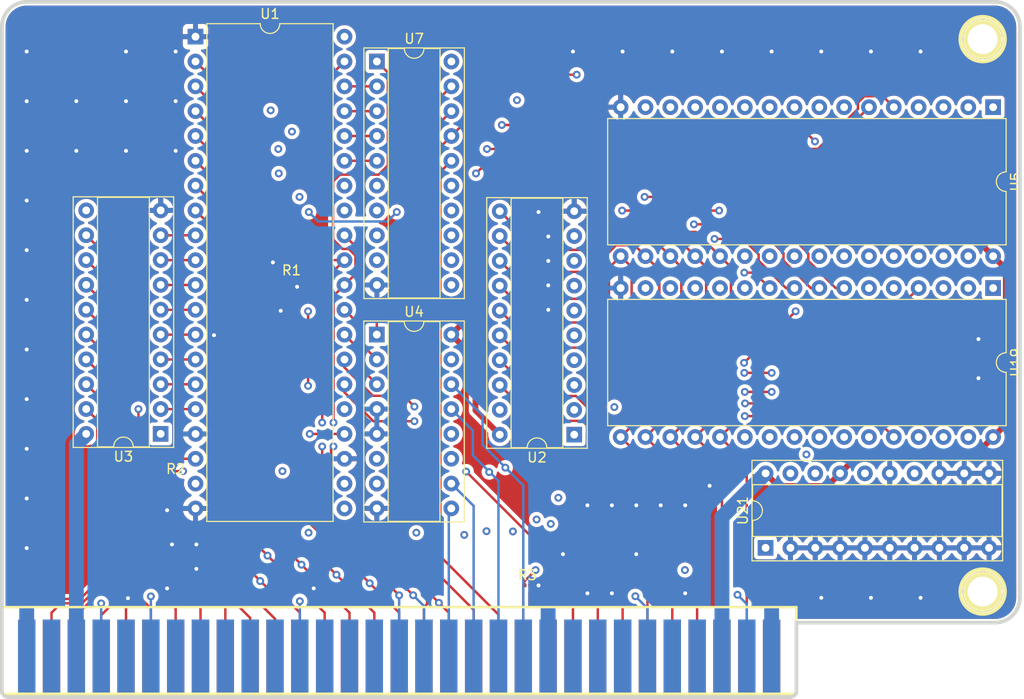
<source format=kicad_pcb>
(kicad_pcb (version 20211014) (generator pcbnew)
  (title_block (date "6 apr 2013"))
  (layers (0 "F.Cu" signal "Front") (1 "In1.Cu" signal) (2 "In2.Cu" signal) (31 "B.Cu" signal "Back") (34 "B.Paste" user) (35 "F.Paste" user) (36 "B.SilkS" user "B.Silkscreen") (37 "F.SilkS" user "F.Silkscreen") (38 "B.Mask" user) (39 "F.Mask" user) (44 "Edge.Cuts" user))
  (net 0 "")
  (net 1 "GND")
  (net 2 "RESET")
  (net 3 "VCC")
  (net 4 "INT")
  (net 5 "MEMW")
  (net 6 "MEMR")
  (net 7 "IOW")
  (net 8 "IOR")
  (net 9 "HLDA")
  (net 10 "HOLD")
  (net 11 "CLK")
  (net 12 "INTACK")
  (net 13 "ALE")
  (net 14 "OSC")
  (net 15 "D7")
  (net 16 "D6")
  (net 17 "D5")
  (net 18 "D4")
  (net 19 "D3")
  (net 20 "D2")
  (net 21 "D1")
  (net 22 "D0")
  (net 23 "IO_READY")
  (net 24 "AEN")
  (net 25 "A19")
  (net 26 "A18")
  (net 27 "A17")
  (net 28 "A16")
  (net 29 "A15")
  (net 30 "A14")
  (net 31 "A13")
  (net 32 "A12")
  (net 33 "A11")
  (net 34 "A10")
  (net 35 "A9")
  (net 36 "A8")
  (net 39 "A7")
  (net 43 "A6")
  (net 44 "A5")
  (net 45 "A4")
  (net 49 "A3")
  (net 55 "A2")
  (net 57 "A1")
  (net 58 "A0")
  (net 62 "AD7")
  (net 63 "AD6")
  (net 64 "AD5")
  (net 65 "AD4")
  (net 66 "AD3")
  (net 67 "AD2")
  (net 68 "AD1")
  (net 69 "AD0")
  (net 70 "DEN")
  (net 71 "DTR")
  (net 72 "IOM")
  (net 73 "WR")
  (net 74 "RD")
  (net 76 "A_19")
  (net 77 "A_18")
  (net 78 "A_17")
  (net 79 "A_16")
  (net 92 "CS640")
  (footprint "HOLE_3MM" (layer "F.Cu") (at 201.93 67.31)
    (fp_text reference "HOLE1" hide)
    (fp_text value "CONN_1" hide)
  )
  (footprint "HOLE_3MM" (layer "F.Cu") (at 201.93 123.825)
    (fp_text reference "HOLE2" hide)
    (fp_text value "CONN_1" hide)
  )
  (footprint "Conn_Bus_ISA8" (layer "F.Cu") (at 142.24 130.4925)
    (fp_text reference "BUS1" hide)
    (fp_text value "BUSPC_DEV" hide)
  )
  (footprint "Package_DIP:DIP-32_W15.24mm" (layer "F.Cu") (at 203 74.275 -90)
    (fp_text reference "U5")
    (fp_text value "AS6C4008-55PCN")
  )
  (footprint "Resistor_SMD:R_0201_0603Metric" (layer "F.Cu") (at 119.38 110.236 180)
    (fp_text reference "R2")
    (fp_text value "R")
  )
  (footprint "Package_DIP:DIP-20_W7.62mm_Socket" (layer "F.Cu") (at 179.725 119.35 90)
    (fp_text reference "U21")
    (fp_text value "74LS688")
  )
  (footprint "Package_DIP:DIP-20_W7.62mm_Socket" (layer "F.Cu") (at 160.15 107.775 180)
    (fp_text reference "U2")
    (fp_text value "74LS245")
  )
  (footprint "Package_DIP:DIP-16_W7.62mm_Socket" (layer "F.Cu") (at 139.954 97.536)
    (fp_text reference "U4")
    (fp_text value "74LS138")
  )
  (footprint "Resistor_SMD:R_0201_0603Metric" (layer "F.Cu") (at 131.227 89.916 180)
    (fp_text reference "R1")
    (fp_text value "R")
  )
  (footprint "Package_DIP:DIP-40_W15.24mm" (layer "F.Cu") (at 121.407 67.061)
    (fp_text reference "U1")
    (fp_text value "8088")
  )
  (footprint "Resistor_SMD:R_0201_0603Metric" (layer "F.Cu") (at 155.357 123.19)
    (fp_text reference "R3")
    (fp_text value "R")
  )
  (footprint "Package_DIP:DIP-32_W15.24mm" (layer "F.Cu") (at 203 92.775 -90)
    (fp_text reference "U19")
    (fp_text value "AS6C4008-55PCN")
  )
  (footprint "Package_DIP:DIP-20_W7.62mm_Socket" (layer "F.Cu") (at 117.846 107.691 180)
    (fp_text reference "U3")
    (fp_text value "74LS573")
  )
  (footprint "Package_DIP:DIP-20_W7.62mm_Socket" (layer "F.Cu") (at 139.964 69.601)
    (fp_text reference "U7")
    (fp_text value "74LS573")
  )
  (gr_arc (start 203.2 63.5) (mid 204.996051 64.243949) (end 205.74 66.04) (layer "Edge.Cuts") (width 0.381))
  (gr_arc (start 102.235 134.62) (mid 101.785987 134.434013) (end 101.6 133.985) (layer "Edge.Cuts") (width 0.381))
  (gr_arc (start 205.74 124.46) (mid 204.996051 126.256051) (end 203.2 127) (layer "Edge.Cuts") (width 0.381))
  (gr_arc (start 101.6 66.04) (mid 102.343949 64.243949) (end 104.14 63.5) (layer "Edge.Cuts") (width 0.381))
  (gr_line (start 182.88 133.985) (end 182.88 127) (layer "Edge.Cuts") (width 0.381))
  (gr_line (start 205.74 124.46) (end 205.74 66.04) (layer "Edge.Cuts") (width 0.381))
  (gr_line (start 104.14 63.5) (end 203.2 63.5) (layer "Edge.Cuts") (width 0.381))
  (gr_line (start 101.6 133.985) (end 101.6 66.04) (layer "Edge.Cuts") (width 0.381))
  (gr_line (start 203.2 127) (end 182.88 127) (layer "Edge.Cuts") (width 0.381))
  (gr_arc (start 182.88 133.985) (mid 182.694013 134.434013) (end 182.245 134.62) (layer "Edge.Cuts") (width 0.381))
  (gr_line (start 102.235 134.62) (end 182.245 134.62) (layer "Edge.Cuts") (width 0.381))
  (via (at 185.42 68.58) (size 0.8) (drill 0.4) (layers "F.Cu" "B.Cu") (net 1))
  (via (at 104.14 68.58) (size 0.8) (drill 0.4) (layers "F.Cu" "B.Cu") (net 1))
  (via (at 114.3 68.58) (size 0.8) (drill 0.4) (layers "F.Cu" "B.Cu") (net 1))
  (via (at 190.5 124.46) (size 0.8) (drill 0.4) (layers "F.Cu" "B.Cu") (net 1))
  (via (at 114.3 73.66) (size 0.8) (drill 0.4) (layers "F.Cu" "B.Cu") (net 1))
  (via (at 201.5 98) (size 0.8) (drill 0.4) (layers "F.Cu" "B.Cu") (net 1))
  (via (at 119.38 68.58) (size 0.8) (drill 0.4) (layers "F.Cu" "B.Cu") (net 1))
  (via (at 171.5 115) (size 0.8) (drill 0.4) (layers "F.Cu" "B.Cu") (net 1))
  (via (at 119.38 78.74) (size 0.8) (drill 0.4) (layers "F.Cu" "B.Cu") (net 1))
  (via (at 104.14 88.9) (size 0.8) (drill 0.4) (layers "F.Cu" "B.Cu") (net 1))
  (via (at 165.1 68.58) (size 0.8) (drill 0.4) (layers "F.Cu" "B.Cu") (net 1))
  (via (at 157.5 90) (size 0.8) (drill 0.4) (layers "F.Cu" "B.Cu") (net 1))
  (via (at 129.325 90.15) (size 0.8) (drill 0.4) (layers "F.Cu" "B.Cu") (net 1))
  (via (at 166.5 120) (size 0.8) (drill 0.4) (layers "F.Cu" "B.Cu") (net 1))
  (via (at 121.5 119) (size 0.8) (drill 0.4) (layers "F.Cu" "B.Cu") (net 1))
  (via (at 109.22 73.66) (size 0.8) (drill 0.4) (layers "F.Cu" "B.Cu") (net 1))
  (via (at 121.5 121.5) (size 0.8) (drill 0.4) (layers "F.Cu" "B.Cu") (net 1))
  (via (at 166.5 115) (size 0.8) (drill 0.4) (layers "F.Cu" "B.Cu") (net 1))
  (via (at 169 115) (size 0.8) (drill 0.4) (layers "F.Cu" "B.Cu") (net 1))
  (via (at 114.3 78.74) (size 0.8) (drill 0.4) (layers "F.Cu" "B.Cu") (net 1))
  (via (at 104.14 104.14) (size 0.8) (drill 0.4) (layers "F.Cu" "B.Cu") (net 1))
  (via (at 109.22 78.74) (size 0.8) (drill 0.4) (layers "F.Cu" "B.Cu") (net 1))
  (via (at 133.5 123.5) (size 0.8) (drill 0.4) (layers "F.Cu" "B.Cu") (net 1))
  (via (at 174 113) (size 0.8) (drill 0.4) (layers "F.Cu" "B.Cu") (net 1))
  (via (at 119 119) (size 0.8) (drill 0.4) (layers "F.Cu" "B.Cu") (net 1))
  (via (at 119.38 73.66) (size 0.8) (drill 0.4) (layers "F.Cu" "B.Cu") (net 1))
  (via (at 157.5 87.5) (size 0.8) (drill 0.4) (layers "F.Cu" "B.Cu") (net 1))
  (via (at 130.125 95.1) (size 0.8) (drill 0.4) (layers "F.Cu" "B.Cu") (net 1))
  (via (at 156.5 85) (size 0.8) (drill 0.4) (layers "F.Cu" "B.Cu") (net 1))
  (via (at 104.14 109.22) (size 0.8) (drill 0.4) (layers "F.Cu" "B.Cu") (net 1))
  (via (at 157.5 92.5) (size 0.8) (drill 0.4) (layers "F.Cu" "B.Cu") (net 1))
  (via (at 104.14 83.82) (size 0.8) (drill 0.4) (layers "F.Cu" "B.Cu") (net 1))
  (via (at 190.5 68.58) (size 0.8) (drill 0.4) (layers "F.Cu" "B.Cu") (net 1))
  (via (at 170.18 68.58) (size 0.8) (drill 0.4) (layers "F.Cu" "B.Cu") (net 1))
  (via (at 161.5 115) (size 0.8) (drill 0.4) (layers "F.Cu" "B.Cu") (net 1))
  (via (at 104.14 119.38) (size 0.8) (drill 0.4) (layers "F.Cu" "B.Cu") (net 1))
  (via (at 104.14 93.98) (size 0.8) (drill 0.4) (layers "F.Cu" "B.Cu") (net 1))
  (via (at 114.5 124.5) (size 0.8) (drill 0.4) (layers "F.Cu" "B.Cu") (net 1))
  (via (at 104.14 99.06) (size 0.8) (drill 0.4) (layers "F.Cu" "B.Cu") (net 1))
  (via (at 123.3 97.6) (size 0.8) (drill 0.4) (layers "F.Cu" "B.Cu") (net 1))
  (via (at 104.14 73.66) (size 0.8) (drill 0.4) (layers "F.Cu" "B.Cu") (net 1))
  (via (at 164 115) (size 0.8) (drill 0.4) (layers "F.Cu" "B.Cu") (net 1))
  (via (at 118.5 115.5) (size 0.8) (drill 0.4) (layers "F.Cu" "B.Cu") (net 1))
  (via (at 180.34 68.58) (size 0.8) (drill 0.4) (layers "F.Cu" "B.Cu") (net 1))
  (via (at 201.5 102) (size 0.8) (drill 0.4) (layers "F.Cu" "B.Cu") (net 1))
  (via (at 175.26 68.58) (size 0.8) (drill 0.4) (layers "F.Cu" "B.Cu") (net 1))
  (via (at 156.5 123.2) (size 0.8) (drill 0.4) (layers "F.Cu" "B.Cu") (net 1))
  (via (at 164 124) (size 0.8) (drill 0.4) (layers "F.Cu" "B.Cu") (net 1))
  (via (at 104.14 78.74) (size 0.8) (drill 0.4) (layers "F.Cu" "B.Cu") (net 1))
  (via (at 161.5 124) (size 0.8) (drill 0.4) (layers "F.Cu" "B.Cu") (net 1))
  (via (at 159 120) (size 0.8) (drill 0.4) (layers "F.Cu" "B.Cu") (net 1))
  (via (at 171.5 124) (size 0.8) (drill 0.4) (layers "F.Cu" "B.Cu") (net 1))
  (via (at 185.42 124.46) (size 0.8) (drill 0.4) (layers "F.Cu" "B.Cu") (net 1))
  (via (at 104.14 114.3) (size 0.8) (drill 0.4) (layers "F.Cu" "B.Cu") (net 1))
  (via (at 118.5 123.5) (size 0.8) (drill 0.4) (layers "F.Cu" "B.Cu") (net 1))
  (via (at 195.58 68.58) (size 0.8) (drill 0.4) (layers "F.Cu" "B.Cu") (net 1))
  (via (at 195.58 124.46) (size 0.8) (drill 0.4) (layers "F.Cu" "B.Cu") (net 1))
  (via (at 131.8 92.65) (size 0.8) (drill 0.4) (layers "F.Cu" "B.Cu") (net 1))
  (via (at 157.5 95) (size 0.8) (drill 0.4) (layers "F.Cu" "B.Cu") (net 1))
  (via (at 160.02 68.58) (size 0.8) (drill 0.4) (layers "F.Cu" "B.Cu") (net 1))
  (segment (start 104.14 130.4925) (end 104.14 124.206) (width 1.524) (layer "B.Cu") (net 1))
  (segment (start 180.34 130.4925) (end 180.34 124.206) (width 1.524) (layer "B.Cu") (net 1))
  (segment (start 157.48 130.4925) (end 157.48 124.206) (width 1.524) (layer "B.Cu") (net 1))
  (via (at 176.85 124.15) (size 0.8) (drill 0.4) (layers "F.Cu" "B.Cu") (net 2))
  (segment (start 177.8 125.1) (end 176.85 124.15) (width 0.25) (layer "B.Cu") (net 2))
  (segment (start 177.8 130.4925) (end 177.8 125.1) (width 0.25) (layer "B.Cu") (net 2))
  (segment (start 203 89.515) (end 195.085 81.6) (width 0.6) (layer "F.Cu") (net 3))
  (segment (start 201.265 109.75) (end 203 108.015) (width 0.6) (layer "F.Cu") (net 3))
  (segment (start 187.345 111.73) (end 186.045 113.03) (width 0.6) (layer "F.Cu") (net 3))
  (segment (start 204.3 106.715) (end 204.3 90.815) (width 0.6) (layer "F.Cu") (net 3))
  (segment (start 186.045 113.03) (end 181.025 113.03) (width 0.6) (layer "F.Cu") (net 3))
  (segment (start 204.3 90.815) (end 203 89.515) (width 0.6) (layer "F.Cu") (net 3))
  (segment (start 150.05 100.012) (end 147.574 97.536) (width 0.6) (layer "F.Cu") (net 3))
  (segment (start 152.53 107.775) (end 150.05 105.295) (width 0.6) (layer "F.Cu") (net 3))
  (segment (start 187.345 111.73) (end 189.325 109.75) (width 0.6) (layer "F.Cu") (net 3))
  (segment (start 150.05 105.295) (end 150.05 100.012) (width 0.6) (layer "F.Cu") (net 3))
  (segment (start 151.9 81.6) (end 150 83.5) (width 0.6) (layer "F.Cu") (net 3))
  (segment (start 195.085 81.6) (end 151.9 81.6) (width 0.6) (layer "F.Cu") (net 3))
  (segment (start 181.025 113.03) (end 179.725 111.73) (width 0.6) (layer "F.Cu") (net 3))
  (segment (start 189.325 109.75) (end 201.265 109.75) (width 0.6) (layer "F.Cu") (net 3))
  (segment (start 150 83.5) (end 150 95.15) (width 0.6) (layer "F.Cu") (net 3))
  (segment (start 149.96 95.15) (end 147.574 97.536) (width 0.6) (layer "F.Cu") (net 3))
  (segment (start 150 95.15) (end 149.96 95.15) (width 0.6) (layer "F.Cu") (net 3))
  (segment (start 203 108.015) (end 204.3 106.715) (width 0.6) (layer "F.Cu") (net 3))
  (segment (start 109.22 130.4925) (end 109.22 108.78) (width 1.524) (layer "B.Cu") (net 3))
  (segment (start 110.226 107.774) (end 110.226 107.691) (width 1.524) (layer "B.Cu") (net 3))
  (segment (start 175.26 116.195) (end 179.725 111.73) (width 1.524) (layer "B.Cu") (net 3))
  (segment (start 109.22 108.78) (end 110.226 107.774) (width 1.524) (layer "B.Cu") (net 3))
  (segment (start 175.26 130.4925) (end 175.26 116.195) (width 1.524) (layer "B.Cu") (net 3))
  (segment (start 121.407 110.241) (end 119.705 110.241) (width 0.25) (layer "F.Cu") (net 4))
  (segment (start 119.705 110.241) (end 119.7 110.236) (width 0.25) (layer "F.Cu") (net 4))
  (via (at 166.4 124.3) (size 0.8) (drill 0.4) (layers "F.Cu" "B.Cu") (net 4))
  (segment (start 167.64 125.54) (end 166.4 124.3) (width 0.25) (layer "B.Cu") (net 4))
  (segment (start 167.64 130.4925) (end 167.64 125.54) (width 0.25) (layer "B.Cu") (net 4))
  (segment (start 180.35 101.45) (end 177.55 101.45) (width 0.25) (layer "F.Cu") (net 5))
  (via (at 164.25 104.95) (size 0.8) (drill 0.4) (layers "F.Cu" "B.Cu") (net 5))
  (via (at 153.1 111.15) (size 0.8) (drill 0.4) (layers "F.Cu" "B.Cu") (net 5))
  (via (at 180.35 101.45) (size 0.8) (drill 0.4) (layers "F.Cu" "B.Cu") (net 5))
  (via (at 177.55 101.45) (size 0.8) (drill 0.4) (layers "F.Cu" "B.Cu") (net 5))
  (segment (start 154.94 130.4925) (end 154.94 112.965) (width 0.25) (layer "B.Cu") (net 5))
  (segment (start 150.775 105.817) (end 147.574 102.616) (width 0.25) (layer "B.Cu") (net 5))
  (segment (start 150.775 108.8) (end 150.775 105.817) (width 0.25) (layer "B.Cu") (net 5))
  (segment (start 154.94 112.965) (end 150.775 108.8) (width 0.25) (layer "B.Cu") (net 5))
  (segment (start 180.35 103.4) (end 177.6 103.4) (width 0.25) (layer "F.Cu") (net 6))
  (segment (start 147.574 105.461991) (end 147.574 105.156) (width 0.25) (layer "F.Cu") (net 6))
  (via (at 180.35 103.4) (size 0.8) (drill 0.4) (layers "F.Cu" "B.Cu") (net 6))
  (via (at 151.45 111.6) (size 0.8) (drill 0.4) (layers "F.Cu" "B.Cu") (net 6))
  (via (at 177.6 103.4) (size 0.8) (drill 0.4) (layers "F.Cu" "B.Cu") (net 6))
  (segment (start 149.775 109.875) (end 149.775 107.357) (width 0.25) (layer "B.Cu") (net 6))
  (segment (start 152.4 112.5) (end 149.775 109.875) (width 0.25) (layer "B.Cu") (net 6))
  (segment (start 152.4 130.4925) (end 152.4 112.5) (width 0.25) (layer "B.Cu") (net 6))
  (segment (start 149.775 107.357) (end 147.574 105.156) (width 0.25) (layer "B.Cu") (net 6))
  (segment (start 148.336 112.776) (end 147.574 112.776) (width 0.25) (layer "B.Cu") (net 7))
  (segment (start 149.86 115.062) (end 149.86 130.4925) (width 0.25) (layer "B.Cu") (net 7))
  (segment (start 147.574 112.776) (end 149.86 115.062) (width 0.25) (layer "B.Cu") (net 7))
  (segment (start 147.32 115.57) (end 147.574 115.316) (width 0.25) (layer "B.Cu") (net 8))
  (segment (start 147.32 130.4925) (end 147.32 115.57) (width 0.25) (layer "B.Cu") (net 8))
  (segment (start 139.964 69.601) (end 141.089 70.726) (width 0.25) (layer "F.Cu") (net 9))
  (segment (start 141.089 80.226991) (end 140.140991 81.175) (width 0.25) (layer "F.Cu") (net 9))
  (segment (start 135.275 115.8) (end 135.275 109.225) (width 0.25) (layer "F.Cu") (net 9))
  (segment (start 137.091991 88.775) (end 137.772 89.455009) (width 0.25) (layer "F.Cu") (net 9))
  (segment (start 143.675 124.2) (end 135.275 115.8) (width 0.25) (layer "F.Cu") (net 9))
  (segment (start 135.475 87.799991) (end 136.450009 88.775) (width 0.25) (layer "F.Cu") (net 9))
  (segment (start 135.475 81.882009) (end 135.475 87.799991) (width 0.25) (layer "F.Cu") (net 9))
  (segment (start 136.450009 88.775) (end 137.091991 88.775) (width 0.25) (layer "F.Cu") (net 9))
  (segment (start 137.772 89.455009) (end 137.772 91.336) (width 0.25) (layer "F.Cu") (net 9))
  (segment (start 140.140991 81.175) (end 136.182009 81.175) (width 0.25) (layer "F.Cu") (net 9))
  (segment (start 135.522 93.586) (end 136.647 92.461) (width 0.25) (layer "F.Cu") (net 9))
  (segment (start 135.275 109.225) (end 135.522 108.978) (width 0.25) (layer "F.Cu") (net 9))
  (segment (start 136.182009 81.175) (end 135.475 81.882009) (width 0.25) (layer "F.Cu") (net 9))
  (segment (start 137.772 91.336) (end 136.647 92.461) (width 0.25) (layer "F.Cu") (net 9))
  (segment (start 141.089 70.726) (end 141.089 80.226991) (width 0.25) (layer "F.Cu") (net 9))
  (segment (start 135.522 106.54) (end 135.522 93.586) (width 0.25) (layer "F.Cu") (net 9))
  (via (at 135.522 108.978) (size 0.8) (drill 0.4) (layers "F.Cu" "B.Cu") (net 9))
  (via (at 135.522 106.54) (size 0.8) (drill 0.4) (layers "F.Cu" "B.Cu") (net 9))
  (via (at 143.675 124.2) (size 0.8) (drill 0.4) (layers "F.Cu" "B.Cu") (net 9))
  (segment (start 144.78 130.4925) (end 144.78 125.305) (width 0.25) (layer "B.Cu") (net 9))
  (segment (start 144.78 125.305) (end 143.675 124.2) (width 0.25) (layer "B.Cu") (net 9))
  (segment (start 137.033 92.075) (end 136.647 92.461) (width 0.25) (layer "B.Cu") (net 9))
  (segment (start 136.647 89.921) (end 131.552 89.921) (width 0.25) (layer "F.Cu") (net 10))
  (segment (start 134.366 106.54) (end 134.366 92.202) (width 0.25) (layer "F.Cu") (net 10))
  (segment (start 131.552 89.921) (end 131.547 89.916) (width 0.25) (layer "F.Cu") (net 10))
  (segment (start 134.366 116.332) (end 142.24 124.206) (width 0.25) (layer "F.Cu") (net 10))
  (segment (start 134.366 108.984) (end 134.366 116.332) (width 0.25) (layer "F.Cu") (net 10))
  (segment (start 134.366 92.202) (end 136.647 89.921) (width 0.25) (layer "F.Cu") (net 10))
  (via (at 134.366 108.984) (size 0.8) (drill 0.4) (layers "F.Cu" "B.Cu") (net 10))
  (via (at 142.24 124.206) (size 0.8) (drill 0.4) (layers "F.Cu" "B.Cu") (net 10))
  (via (at 134.366 106.54) (size 0.8) (drill 0.4) (layers "F.Cu" "B.Cu") (net 10))
  (segment (start 142.24 130.4925) (end 142.24 124.206) (width 0.25) (layer "B.Cu") (net 10))
  (via (at 132.08 124.805) (size 0.8) (drill 0.4) (layers "F.Cu" "B.Cu") (net 11))
  (segment (start 132.08 130.4925) (end 132.08 124.805) (width 0.25) (layer "B.Cu") (net 11))
  (segment (start 133.101 107.701) (end 136.647 107.701) (width 0.25) (layer "F.Cu") (net 12))
  (segment (start 133.096 107.696) (end 133.101 107.701) (width 0.25) (layer "F.Cu") (net 12))
  (via (at 133.096 107.696) (size 0.8) (drill 0.4) (layers "F.Cu" "B.Cu") (net 12))
  (via (at 116.84 124.315) (size 0.8) (drill 0.4) (layers "F.Cu" "B.Cu") (net 12))
  (segment (start 116.84 126.238) (end 116.84 124.315) (width 0.25) (layer "B.Cu") (net 12))
  (segment (start 116.84 130.4925) (end 116.84 126.238) (width 0.25) (layer "B.Cu") (net 12))
  (segment (start 132.925 95.15) (end 132.925 102.775) (width 0.25) (layer "F.Cu") (net 13))
  (via (at 132.925 95.15) (size 0.8) (drill 0.4) (layers "F.Cu" "B.Cu") (net 13))
  (via (at 111.76 125.035) (size 0.8) (drill 0.4) (layers "F.Cu" "B.Cu") (net 13))
  (via (at 132.925 102.775) (size 0.8) (drill 0.4) (layers "F.Cu" "B.Cu") (net 13))
  (segment (start 111.76 130.4925) (end 111.76 125.035) (width 0.25) (layer "B.Cu") (net 13))
  (segment (start 176.185 106.89) (end 176.185 90.64) (width 0.25) (layer "F.Cu") (net 15))
  (segment (start 163.874821 87.04) (end 162.044821 88.87) (width 0.25) (layer "F.Cu") (net 15))
  (segment (start 176.185 90.64) (end 175.06 89.515) (width 0.25) (layer "F.Cu") (net 15))
  (segment (start 172.585 87.04) (end 163.874821 87.04) (width 0.25) (layer "F.Cu") (net 15))
  (segment (start 156.485 88.87) (end 152.53 84.915) (width 0.25) (layer "F.Cu") (net 15))
  (segment (start 175.06 89.515) (end 172.585 87.04) (width 0.25) (layer "F.Cu") (net 15))
  (segment (start 162.044821 88.87) (end 156.485 88.87) (width 0.25) (layer "F.Cu") (net 15))
  (segment (start 175.06 108.015) (end 176.185 106.89) (width 0.25) (layer "F.Cu") (net 15))
  (segment (start 177.8 110.755) (end 175.06 108.015) (width 0.25) (layer "F.Cu") (net 15))
  (segment (start 177.8 130.4925) (end 177.8 110.755) (width 0.25) (layer "F.Cu") (net 15))
  (segment (start 162.35 90.45) (end 161.675 91.125) (width 0.25) (layer "F.Cu") (net 16))
  (segment (start 161.675 91.125) (end 156.2 91.125) (width 0.25) (layer "F.Cu") (net 16))
  (segment (start 172.52 89.515) (end 170.495 87.49) (width 0.25) (layer "F.Cu") (net 16))
  (segment (start 175.26 130.4925) (end 175.26 110.755) (width 0.25) (layer "F.Cu") (net 16))
  (segment (start 162.35 89.201217) (end 162.35 90.45) (width 0.25) (layer "F.Cu") (net 16))
  (segment (start 172.52 108.015) (end 173.645 106.89) (width 0.25) (layer "F.Cu") (net 16))
  (segment (start 156.2 91.125) (end 152.53 87.455) (width 0.25) (layer "F.Cu") (net 16))
  (segment (start 175.26 110.755) (end 172.52 108.015) (width 0.25) (layer "F.Cu") (net 16))
  (segment (start 164.061217 87.49) (end 162.35 89.201217) (width 0.25) (layer "F.Cu") (net 16))
  (segment (start 173.645 90.64) (end 172.52 89.515) (width 0.25) (layer "F.Cu") (net 16))
  (segment (start 173.645 106.89) (end 173.645 90.64) (width 0.25) (layer "F.Cu") (net 16))
  (segment (start 170.495 87.49) (end 164.061217 87.49) (width 0.25) (layer "F.Cu") (net 16))
  (segment (start 162.8 89.387613) (end 162.8 92.7) (width 0.25) (layer "F.Cu") (net 17))
  (segment (start 162.8 92.7) (end 161.625 93.875) (width 0.25) (layer "F.Cu") (net 17))
  (segment (start 172.72 110.755) (end 169.98 108.015) (width 0.25) (layer "F.Cu") (net 17))
  (segment (start 171.105 90.64) (end 169.98 89.515) (width 0.25) (layer "F.Cu") (net 17))
  (segment (start 169.98 89.515) (end 168.405 87.94) (width 0.25) (layer "F.Cu") (net 17))
  (segment (start 168.405 87.94) (end 164.247613 87.94) (width 0.25) (layer "F.Cu") (net 17))
  (segment (start 171.105 106.89) (end 171.105 90.64) (width 0.25) (layer "F.Cu") (net 17))
  (segment (start 164.247613 87.94) (end 162.8 89.387613) (width 0.25) (layer "F.Cu") (net 17))
  (segment (start 169.98 108.015) (end 171.105 106.89) (width 0.25) (layer "F.Cu") (net 17))
  (segment (start 161.625 93.875) (end 156.41 93.875) (width 0.25) (layer "F.Cu") (net 17))
  (segment (start 172.72 130.4925) (end 172.72 110.755) (width 0.25) (layer "F.Cu") (net 17))
  (segment (start 156.41 93.875) (end 152.53 89.995) (width 0.25) (layer "F.Cu") (net 17))
  (segment (start 170.18 110.755) (end 167.44 108.015) (width 0.25) (layer "F.Cu") (net 18))
  (segment (start 156.295 96.3) (end 152.53 92.535) (width 0.25) (layer "F.Cu") (net 18))
  (segment (start 167.44 108.015) (end 168.855 106.6) (width 0.25) (layer "F.Cu") (net 18))
  (segment (start 161.1 96.3) (end 156.295 96.3) (width 0.25) (layer "F.Cu") (net 18))
  (segment (start 166.315 88.39) (end 164.434009 88.39) (width 0.25) (layer "F.Cu") (net 18))
  (segment (start 168.855 90.93) (end 167.44 89.515) (width 0.25) (layer "F.Cu") (net 18))
  (segment (start 170.18 130.4925) (end 170.18 110.755) (width 0.25) (layer "F.Cu") (net 18))
  (segment (start 164.434009 88.39) (end 163.25 89.574009) (width 0.25) (layer "F.Cu") (net 18))
  (segment (start 168.855 106.6) (end 168.855 90.93) (width 0.25) (layer "F.Cu") (net 18))
  (segment (start 163.25 94.15) (end 161.1 96.3) (width 0.25) (layer "F.Cu") (net 18))
  (segment (start 167.44 89.515) (end 166.315 88.39) (width 0.25) (layer "F.Cu") (net 18))
  (segment (start 163.25 89.574009) (end 163.25 94.15) (width 0.25) (layer "F.Cu") (net 18))
  (segment (start 167.64 130.4925) (end 167.64 110.755) (width 0.25) (layer "F.Cu") (net 19))
  (segment (start 166.025 90.64) (end 164.9 89.515) (width 0.25) (layer "F.Cu") (net 19))
  (segment (start 164.9 89.515) (end 163.7 90.715) (width 0.25) (layer "F.Cu") (net 19))
  (segment (start 163.7 90.715) (end 163.7 96.1) (width 0.25) (layer "F.Cu") (net 19))
  (segment (start 163.7 96.1) (end 160.925 98.875) (width 0.25) (layer "F.Cu") (net 19))
  (segment (start 160.925 98.875) (end 156.33 98.875) (width 0.25) (layer "F.Cu") (net 19))
  (segment (start 166.025 106.89) (end 166.025 90.64) (width 0.25) (layer "F.Cu") (net 19))
  (segment (start 156.33 98.875) (end 152.53 95.075) (width 0.25) (layer "F.Cu") (net 19))
  (segment (start 164.9 108.015) (end 166.025 106.89) (width 0.25) (layer "F.Cu") (net 19))
  (segment (start 167.64 110.755) (end 164.9 108.015) (width 0.25) (layer "F.Cu") (net 19))
  (segment (start 165.1 111.55) (end 163.25 109.7) (width 0.25) (layer "F.Cu") (net 20))
  (segment (start 165.1 130.4925) (end 165.1 111.55) (width 0.25) (layer "F.Cu") (net 20))
  (segment (start 163.25 109.7) (end 163.25 106.744009) (width 0.25) (layer "F.Cu") (net 20))
  (segment (start 160.325991 103.82) (end 158.735 103.82) (width 0.25) (layer "F.Cu") (net 20))
  (segment (start 163.25 106.744009) (end 160.325991 103.82) (width 0.25) (layer "F.Cu") (net 20))
  (segment (start 158.735 103.82) (end 152.53 97.615) (width 0.25) (layer "F.Cu") (net 20))
  (segment (start 160.985 106.36) (end 158.735 106.36) (width 0.25) (layer "F.Cu") (net 21))
  (segment (start 162.56 107.935) (end 160.985 106.36) (width 0.25) (layer "F.Cu") (net 21))
  (segment (start 158.735 106.36) (end 152.53 100.155) (width 0.25) (layer "F.Cu") (net 21))
  (segment (start 162.56 130.4925) (end 162.56 107.935) (width 0.25) (layer "F.Cu") (net 21))
  (segment (start 160.02 130.4925) (end 160.02 110.185) (width 0.25) (layer "F.Cu") (net 22))
  (segment (start 160.02 110.185) (end 152.53 102.695) (width 0.25) (layer "F.Cu") (net 22))
  (segment (start 157.48 119.93) (end 149.1 111.55) (width 0.25) (layer "F.Cu") (net 23))
  (segment (start 157.48 124.12) (end 157.48 130.4925) (width 0.25) (layer "F.Cu") (net 23))
  (segment (start 157.48 124.12) (end 157.48 119.93) (width 0.25) (layer "F.Cu") (net 23))
  (via (at 149.1 111.55) (size 0.8) (drill 0.4) (layers "F.Cu" "B.Cu") (net 23))
  (segment (start 155.037 123.19) (end 155.037 122.788) (width 0.25) (layer "F.Cu") (net 24))
  (segment (start 155.037 122.788) (end 156.2 121.625) (width 0.25) (layer "F.Cu") (net 24))
  (segment (start 154.94 130.4925) (end 154.94 123.287) (width 0.25) (layer "F.Cu") (net 24))
  (segment (start 154.94 123.287) (end 155.037 123.19) (width 0.25) (layer "F.Cu") (net 24))
  (via (at 171.475 121.625) (size 0.8) (drill 0.4) (layers "F.Cu" "B.Cu") (net 24))
  (via (at 156.2 121.625) (size 0.8) (drill 0.4) (layers "F.Cu" "B.Cu") (net 24))
  (segment (start 152.4 126.175) (end 152.4 130.4925) (width 0.25) (layer "F.Cu") (net 25))
  (segment (start 146.449 80.896) (end 146.449 120.224) (width 0.25) (layer "F.Cu") (net 25))
  (segment (start 147.584 79.761) (end 146.449 80.896) (width 0.25) (layer "F.Cu") (net 25))
  (segment (start 146.449 120.224) (end 152.4 126.175) (width 0.25) (layer "F.Cu") (net 25))
  (segment (start 160.4 70.95) (end 153.855 70.95) (width 0.25) (layer "F.Cu") (net 26))
  (segment (start 145.999 78.806) (end 145.999 121.824) (width 0.25) (layer "F.Cu") (net 26))
  (segment (start 145.999 121.824) (end 149.86 125.685) (width 0.25) (layer "F.Cu") (net 26))
  (segment (start 149.86 125.685) (end 149.86 130.4925) (width 0.25) (layer "F.Cu") (net 26))
  (segment (start 153.855 70.95) (end 147.584 77.221) (width 0.25) (layer "F.Cu") (net 26))
  (segment (start 147.584 77.221) (end 145.999 78.806) (width 0.25) (layer "F.Cu") (net 26))
  (via (at 160.4 70.95) (size 0.8) (drill 0.4) (layers "F.Cu" "B.Cu") (net 26))
  (segment (start 145.549 76.716) (end 145.549 124.213) (width 0.25) (layer "F.Cu") (net 27))
  (segment (start 145.549 124.213) (end 147.32 125.984) (width 0.25) (layer "F.Cu") (net 27))
  (segment (start 147.584 74.681) (end 145.549 76.716) (width 0.25) (layer "F.Cu") (net 27))
  (segment (start 147.32 125.984) (end 147.32 130.4925) (width 0.25) (layer "F.Cu") (net 27))
  (segment (start 148.077 74.681) (end 147.584 74.681) (width 0.25) (layer "F.Cu") (net 27))
  (via (at 146.3 124.975) (size 0.8) (drill 0.4) (layers "F.Cu" "B.Cu") (net 27))
  (via (at 157.75 116.9) (size 0.8) (drill 0.4) (layers "F.Cu" "B.Cu") (net 27))
  (segment (start 144.78 125.42) (end 144.78 130.4925) (width 0.25) (layer "F.Cu") (net 28))
  (segment (start 145.099 125.081) (end 145.109 125.091) (width 0.25) (layer "F.Cu") (net 28))
  (segment (start 145.099 74.626) (end 145.099 125.081) (width 0.25) (layer "F.Cu") (net 28))
  (segment (start 147.584 72.141) (end 145.099 74.626) (width 0.25) (layer "F.Cu") (net 28))
  (segment (start 145.109 125.091) (end 144.78 125.42) (width 0.25) (layer "F.Cu") (net 28))
  (segment (start 127.61 111.354) (end 127.61 78.638) (width 0.25) (layer "F.Cu") (net 29))
  (segment (start 142.24 130.4925) (end 142.24 125.984) (width 0.25) (layer "F.Cu") (net 29))
  (segment (start 127.61 78.638) (end 136.647 69.601) (width 0.25) (layer "F.Cu") (net 29))
  (segment (start 142.24 125.984) (end 127.61 111.354) (width 0.25) (layer "F.Cu") (net 29))
  (via (at 139.225 122.975) (size 0.8) (drill 0.4) (layers "F.Cu" "B.Cu") (net 29))
  (via (at 153.875 117.675) (size 0.8) (drill 0.4) (layers "F.Cu" "B.Cu") (net 29))
  (segment (start 139.7 130.4925) (end 139.7 125.984) (width 0.25) (layer "F.Cu") (net 30))
  (segment (start 139.7 125.984) (end 127.16 113.444) (width 0.25) (layer "F.Cu") (net 30))
  (segment (start 127.16 75.354) (end 121.407 69.601) (width 0.25) (layer "F.Cu") (net 30))
  (segment (start 127.16 113.444) (end 127.16 75.354) (width 0.25) (layer "F.Cu") (net 30))
  (via (at 158.525 114.225) (size 0.8) (drill 0.4) (layers "F.Cu" "B.Cu") (net 30))
  (via (at 183.9 109.8) (size 0.8) (drill 0.4) (layers "F.Cu" "B.Cu") (net 30))
  (via (at 156.3 116.45) (size 0.8) (drill 0.4) (layers "F.Cu" "B.Cu") (net 30))
  (via (at 135.825 122.1) (size 0.8) (drill 0.4) (layers "F.Cu" "B.Cu") (net 30))
  (segment (start 126.71 77.444) (end 121.407 72.141) (width 0.25) (layer "F.Cu") (net 31))
  (segment (start 137.16 125.984) (end 126.71 115.534) (width 0.25) (layer "F.Cu") (net 31))
  (segment (start 192.84 108.015) (end 190.7 105.875) (width 0.25) (layer "F.Cu") (net 31))
  (segment (start 190.7 105.875) (end 177.6 105.875) (width 0.25) (layer "F.Cu") (net 31))
  (segment (start 137.16 130.4925) (end 137.16 125.984) (width 0.25) (layer "F.Cu") (net 31))
  (segment (start 126.71 115.534) (end 126.71 77.444) (width 0.25) (layer "F.Cu") (net 31))
  (via (at 177.6 105.875) (size 0.8) (drill 0.4) (layers "F.Cu" "B.Cu") (net 31))
  (via (at 151.175 117.65) (size 0.8) (drill 0.4) (layers "F.Cu" "B.Cu") (net 31))
  (via (at 132.25 121.075) (size 0.8) (drill 0.4) (layers "F.Cu" "B.Cu") (net 31))
  (segment (start 183.58 104.575) (end 180.525 104.575) (width 0.25) (layer "F.Cu") (net 32))
  (segment (start 126.26 79.534) (end 121.407 74.681) (width 0.25) (layer "F.Cu") (net 32))
  (segment (start 126.26 117.624) (end 126.26 79.534) (width 0.25) (layer "F.Cu") (net 32))
  (segment (start 180.525 104.575) (end 177.625 104.575) (width 0.25) (layer "F.Cu") (net 32))
  (segment (start 134.62 130.4925) (end 134.62 125.984) (width 0.25) (layer "F.Cu") (net 32))
  (segment (start 134.62 125.984) (end 126.26 117.624) (width 0.25) (layer "F.Cu") (net 32))
  (segment (start 195.38 92.775) (end 183.58 104.575) (width 0.25) (layer "F.Cu") (net 32))
  (via (at 148.9 118.025) (size 0.8) (drill 0.4) (layers "F.Cu" "B.Cu") (net 32))
  (via (at 128.775 120.15) (size 0.8) (drill 0.4) (layers "F.Cu" "B.Cu") (net 32))
  (via (at 177.625 104.575) (size 0.8) (drill 0.4) (layers "F.Cu" "B.Cu") (net 32))
  (segment (start 125.81 81.624) (end 121.407 77.221) (width 0.25) (layer "F.Cu") (net 33))
  (segment (start 132.08 130.4925) (end 132.08 125.98) (width 0.25) (layer "F.Cu") (net 33))
  (segment (start 130.4 124.3) (end 129.6 124.3) (width 0.25) (layer "F.Cu") (net 33))
  (segment (start 129.6 124.3) (end 125.81 120.51) (width 0.25) (layer "F.Cu") (net 33))
  (segment (start 132.08 125.98) (end 130.4 124.3) (width 0.25) (layer "F.Cu") (net 33))
  (segment (start 182.8 95.15) (end 177.525 100.425) (width 0.25) (layer "F.Cu") (net 33))
  (segment (start 132.08 130.4925) (end 131.722 130.1345) (width 0.25) (layer "F.Cu") (net 33))
  (segment (start 125.81 120.51) (end 125.81 81.624) (width 0.25) (layer "F.Cu") (net 33))
  (via (at 182.8 95.15) (size 0.8) (drill 0.4) (layers "F.Cu" "B.Cu") (net 33))
  (via (at 177.525 100.425) (size 0.8) (drill 0.4) (layers "F.Cu" "B.Cu") (net 33))
  (via (at 132.975 117.8) (size 0.8) (drill 0.4) (layers "F.Cu" "B.Cu") (net 33))
  (via (at 128.025 122.75) (size 0.8) (drill 0.4) (layers "F.Cu" "B.Cu") (net 33))
  (via (at 144 117.8) (size 0.8) (drill 0.4) (layers "F.Cu" "B.Cu") (net 33))
  (segment (start 125.36 122.435) (end 125.36 83.714) (width 0.25) (layer "F.Cu") (net 34))
  (segment (start 125.36 83.714) (end 121.407 79.761) (width 0.25) (layer "F.Cu") (net 34))
  (segment (start 174.975 84.85) (end 165.05 84.85) (width 0.25) (layer "F.Cu") (net 34))
  (segment (start 129.54 130.4925) (end 129.54 126.615) (width 0.25) (layer "F.Cu") (net 34))
  (segment (start 129.54 126.615) (end 125.36 122.435) (width 0.25) (layer "F.Cu") (net 34))
  (via (at 133 85) (size 0.8) (drill 0.4) (layers "F.Cu" "B.Cu") (net 34))
  (via (at 142 85) (size 0.8) (drill 0.4) (layers "F.Cu" "B.Cu") (net 34))
  (via (at 165.05 84.85) (size 0.8) (drill 0.4) (layers "F.Cu" "B.Cu") (net 34))
  (via (at 174.975 84.85) (size 0.8) (drill 0.4) (layers "F.Cu" "B.Cu") (net 34))
  (segment (start 141.034 85.966) (end 142 85) (width 0.25) (layer "B.Cu") (net 34))
  (segment (start 133.966 85.966) (end 133 85) (width 0.25) (layer "B.Cu") (net 34))
  (segment (start 134.141 85.966) (end 141.034 85.966) (width 0.25) (layer "B.Cu") (net 34))
  (segment (start 134.141 85.966) (end 133.966 85.966) (width 0.25) (layer "B.Cu") (net 34))
  (segment (start 127 126.515) (end 124.91 124.425) (width 0.25) (layer "F.Cu") (net 35))
  (segment (start 124.91 85.804) (end 121.407 82.301) (width 0.25) (layer "F.Cu") (net 35))
  (segment (start 127 130.4925) (end 127 126.515) (width 0.25) (layer "F.Cu") (net 35))
  (segment (start 124.91 124.425) (end 124.91 85.804) (width 0.25) (layer "F.Cu") (net 35))
  (via (at 129.1 74.6) (size 0.8) (drill 0.4) (layers "F.Cu" "B.Cu") (net 35))
  (via (at 154.294 73.556) (size 0.8) (drill 0.4) (layers "F.Cu" "B.Cu") (net 35))
  (segment (start 124.46 130.4925) (end 124.46 87.894) (width 0.25) (layer "F.Cu") (net 36))
  (segment (start 183.096 76.096) (end 184.775 77.775) (width 0.25) (layer "F.Cu") (net 36))
  (segment (start 124.46 87.894) (end 121.407 84.841) (width 0.25) (layer "F.Cu") (net 36))
  (segment (start 152.746 76.096) (end 183.096 76.096) (width 0.25) (layer "F.Cu") (net 36))
  (via (at 152.746 76.096) (size 0.8) (drill 0.4) (layers "F.Cu" "B.Cu") (net 36))
  (via (at 131.275 76.775) (size 0.8) (drill 0.4) (layers "F.Cu" "B.Cu") (net 36))
  (via (at 184.775 77.775) (size 0.8) (drill 0.4) (layers "F.Cu" "B.Cu") (net 36))
  (segment (start 121.92 130.4925) (end 121.92 125.52) (width 0.25) (layer "F.Cu") (net 39))
  (segment (start 114.501 118.101) (end 114.501 91.646) (width 0.25) (layer "F.Cu") (net 39))
  (segment (start 189.175 74.450991) (end 189.175 73.809009) (width 0.25) (layer "F.Cu") (net 39))
  (segment (start 151.225 78.55) (end 185.075991 78.55) (width 0.25) (layer "F.Cu") (net 39))
  (segment (start 114.501 91.646) (end 110.226 87.371) (width 0.25) (layer "F.Cu") (net 39))
  (segment (start 185.075991 78.55) (end 189.175 74.450991) (width 0.25) (layer "F.Cu") (net 39))
  (segment (start 191.715 73.15) (end 192.84 74.275) (width 0.25) (layer "F.Cu") (net 39))
  (segment (start 189.175 73.809009) (end 189.834009 73.15) (width 0.25) (layer "F.Cu") (net 39))
  (segment (start 121.92 125.52) (end 114.501 118.101) (width 0.25) (layer "F.Cu") (net 39))
  (segment (start 189.834009 73.15) (end 191.715 73.15) (width 0.25) (layer "F.Cu") (net 39))
  (via (at 129.875 78.55) (size 0.8) (drill 0.4) (layers "F.Cu" "B.Cu") (net 39))
  (via (at 151.225 78.55) (size 0.8) (drill 0.4) (layers "F.Cu" "B.Cu") (net 39))
  (segment (start 119.38 130.4925) (end 119.38 125.58) (width 0.25) (layer "F.Cu") (net 43))
  (segment (start 114.051 93.736) (end 110.226 89.911) (width 0.25) (layer "F.Cu") (net 43))
  (segment (start 119.38 125.58) (end 114.051 120.251) (width 0.25) (layer "F.Cu") (net 43))
  (segment (start 119.085 130.1975) (end 119.38 130.4925) (width 0.25) (layer "F.Cu") (net 43))
  (segment (start 114.051 120.251) (end 114.051 93.736) (width 0.25) (layer "F.Cu") (net 43))
  (segment (start 190.3 74.275) (end 184.025 80.55) (width 0.25) (layer "F.Cu") (net 43))
  (segment (start 184.025 80.55) (end 150.6 80.55) (width 0.25) (layer "F.Cu") (net 43))
  (segment (start 150.6 80.55) (end 150.1 81.05) (width 0.25) (layer "F.Cu") (net 43))
  (via (at 150.1 81.05) (size 0.8) (drill 0.4) (layers "F.Cu" "B.Cu") (net 43))
  (via (at 129.925 81.05) (size 0.8) (drill 0.4) (layers "F.Cu" "B.Cu") (net 43))
  (segment (start 116.84 130.4925) (end 116.84 125.54) (width 0.25) (layer "F.Cu") (net 44))
  (segment (start 186.889009 92.775) (end 187.76 92.775) (width 0.25) (layer "F.Cu") (net 44))
  (segment (start 184.095 89.245) (end 184.095 89.980991) (width 0.25) (layer "F.Cu") (net 44))
  (segment (start 113.601 122.301) (end 113.601 95.826) (width 0.25) (layer "F.Cu") (net 44))
  (segment (start 184.095 89.980991) (end 186.889009 92.775) (width 0.25) (layer "F.Cu") (net 44))
  (segment (start 167.35 83.45) (end 178.3 83.45) (width 0.25) (layer "F.Cu") (net 44))
  (segment (start 116.84 125.54) (end 113.601 122.301) (width 0.25) (layer "F.Cu") (net 44))
  (segment (start 178.3 83.45) (end 184.095 89.245) (width 0.25) (layer "F.Cu") (net 44))
  (segment (start 113.601 95.826) (end 110.226 92.451) (width 0.25) (layer "F.Cu") (net 44))
  (via (at 132.05 83.45) (size 0.8) (drill 0.4) (layers "F.Cu" "B.Cu") (net 44))
  (via (at 167.35 83.45) (size 0.8) (drill 0.4) (layers "F.Cu" "B.Cu") (net 44))
  (segment (start 184.349009 92.775) (end 185.22 92.775) (width 0.25) (layer "F.Cu") (net 45))
  (segment (start 114.3 125.5) (end 113.151 124.351) (width 0.25) (layer "F.Cu") (net 45))
  (segment (start 172.394 86.256) (end 178.606 86.256) (width 0.25) (layer "F.Cu") (net 45))
  (segment (start 114.3 130.4925) (end 114.3 125.5) (width 0.25) (layer "F.Cu") (net 45))
  (segment (start 181.555 89.205) (end 181.555 89.980991) (width 0.25) (layer "F.Cu") (net 45))
  (segment (start 181.555 89.980991) (end 184.349009 92.775) (width 0.25) (layer "F.Cu") (net 45))
  (segment (start 178.606 86.256) (end 181.555 89.205) (width 0.25) (layer "F.Cu") (net 45))
  (segment (start 113.151 124.351) (end 113.151 97.916) (width 0.25) (layer "F.Cu") (net 45))
  (segment (start 113.151 97.916) (end 110.226 94.991) (width 0.25) (layer "F.Cu") (net 45))
  (via (at 172.394 86.256) (size 0.8) (drill 0.4) (layers "F.Cu" "B.Cu") (net 45))
  (segment (start 177.425991 87.75) (end 179.015 89.339009) (width 0.25) (layer "F.Cu") (net 49))
  (segment (start 112.701 125.297) (end 111.76 126.238) (width 0.25) (layer "F.Cu") (net 49))
  (segment (start 179.015 89.339009) (end 179.015 89.980991) (width 0.25) (layer "F.Cu") (net 49))
  (segment (start 174.5 87.75) (end 177.425991 87.75) (width 0.25) (layer "F.Cu") (net 49))
  (segment (start 110.226 97.531) (end 112.701 100.006) (width 0.25) (layer "F.Cu") (net 49))
  (segment (start 181.809009 92.775) (end 182.68 92.775) (width 0.25) (layer "F.Cu") (net 49))
  (segment (start 112.701 100.006) (end 112.701 125.297) (width 0.25) (layer "F.Cu") (net 49))
  (segment (start 111.76 126.238) (end 111.76 130.4925) (width 0.25) (layer "F.Cu") (net 49))
  (segment (start 179.015 89.980991) (end 181.809009 92.775) (width 0.25) (layer "F.Cu") (net 49))
  (via (at 174.5 87.75) (size 0.8) (drill 0.4) (layers "F.Cu" "B.Cu") (net 49))
  (segment (start 112.251 123.209792) (end 109.22 126.240792) (width 0.25) (layer "F.Cu") (net 55))
  (segment (start 178.565 91.2) (end 180.14 92.775) (width 0.25) (layer "F.Cu") (net 55))
  (segment (start 109.22 126.240792) (end 109.22 130.4925) (width 0.25) (layer "F.Cu") (net 55))
  (segment (start 112.251 102.096) (end 112.251 123.209792) (width 0.25) (layer "F.Cu") (net 55))
  (segment (start 110.226 100.071) (end 112.251 102.096) (width 0.25) (layer "F.Cu") (net 55))
  (segment (start 177.55 91.2) (end 178.565 91.2) (width 0.25) (layer "F.Cu") (net 55))
  (via (at 177.55 91.2) (size 0.8) (drill 0.4) (layers "F.Cu" "B.Cu") (net 55))
  (segment (start 106.68 125.984) (end 107.638 125.026) (width 0.25) (layer "F.Cu") (net 57))
  (segment (start 107.638 125.026) (end 109.798396 125.026) (width 0.25) (layer "F.Cu") (net 57))
  (segment (start 106.68 130.4925) (end 106.68 125.984) (width 0.25) (layer "F.Cu") (net 57))
  (segment (start 109.798396 125.026) (end 111.801 123.023396) (width 0.25) (layer "F.Cu") (net 57))
  (segment (start 111.801 123.023396) (end 111.801 104.186) (width 0.25) (layer "F.Cu") (net 57))
  (segment (start 111.801 104.186) (end 110.226 102.611) (width 0.25) (layer "F.Cu") (net 57))
  (segment (start 109.612 124.576) (end 111.351 122.837) (width 0.25) (layer "F.Cu") (net 58))
  (segment (start 104.902 125.222) (end 106.805604 125.222) (width 0.25) (layer "F.Cu") (net 58))
  (segment (start 111.351 122.837) (end 111.351 106.276) (width 0.25) (layer "F.Cu") (net 58))
  (segment (start 107.451604 124.576) (end 109.612 124.576) (width 0.25) (layer "F.Cu") (net 58))
  (segment (start 118.623584 111.506) (end 115.57 108.452416) (width 0.25) (layer "F.Cu") (net 58))
  (segment (start 120.142 111.506) (end 118.623584 111.506) (width 0.25) (layer "F.Cu") (net 58))
  (segment (start 104.14 130.4925) (end 104.14 125.984) (width 0.25) (layer "F.Cu") (net 58))
  (segment (start 111.351 106.276) (end 110.226 105.151) (width 0.25) (layer "F.Cu") (net 58))
  (segment (start 115.57 108.452416) (end 115.57 105.156) (width 0.25) (layer "F.Cu") (net 58))
  (segment (start 104.14 125.984) (end 104.902 125.222) (width 0.25) (layer "F.Cu") (net 58))
  (segment (start 106.805604 125.222) (end 107.451604 124.576) (width 0.25) (layer "F.Cu") (net 58))
  (via (at 115.57 105.156) (size 0.8) (drill 0.4) (layers "F.Cu" "B.Cu") (net 58))
  (via (at 120.142 111.506) (size 0.8) (drill 0.4) (layers "F.Cu" "B.Cu") (net 58))
  (via (at 130.302 111.506) (size 0.8) (drill 0.4) (layers "F.Cu" "B.Cu") (net 58))
  (segment (start 115.57 105.156) (end 115.565 105.151) (width 0.25) (layer "B.Cu") (net 58))
  (segment (start 121.407 87.381) (end 117.856 87.381) (width 0.25) (layer "F.Cu") (net 62))
  (segment (start 117.856 87.381) (end 117.846 87.371) (width 0.25) (layer "F.Cu") (net 62))
  (segment (start 117.856 89.921) (end 117.846 89.911) (width 0.25) (layer "F.Cu") (net 63))
  (segment (start 121.407 89.921) (end 117.856 89.921) (width 0.25) (layer "F.Cu") (net 63))
  (segment (start 117.856 92.461) (end 117.846 92.451) (width 0.25) (layer "F.Cu") (net 64))
  (segment (start 121.407 92.461) (end 117.856 92.461) (width 0.25) (layer "F.Cu") (net 64))
  (segment (start 117.856 95.001) (end 117.846 94.991) (width 0.25) (layer "F.Cu") (net 65))
  (segment (start 121.407 95.001) (end 117.856 95.001) (width 0.25) (layer "F.Cu") (net 65))
  (segment (start 117.856 97.541) (end 117.846 97.531) (width 0.25) (layer "F.Cu") (net 66))
  (segment (start 121.407 97.541) (end 117.856 97.541) (width 0.25) (layer "F.Cu") (net 66))
  (segment (start 121.407 100.081) (end 117.856 100.081) (width 0.25) (layer "F.Cu") (net 67))
  (segment (start 117.856 100.081) (end 117.846 100.071) (width 0.25) (layer "F.Cu") (net 67))
  (segment (start 117.856 102.621) (end 117.846 102.611) (width 0.25) (layer "F.Cu") (net 68))
  (segment (start 121.407 102.621) (end 117.856 102.621) (width 0.25) (layer "F.Cu") (net 68))
  (segment (start 117.856 105.161) (end 117.846 105.151) (width 0.25) (layer "F.Cu") (net 69))
  (segment (start 121.407 105.161) (end 117.856 105.161) (width 0.25) (layer "F.Cu") (net 69))
  (segment (start 136.647 103.439991) (end 139.607009 106.4) (width 0.25) (layer "F.Cu") (net 70))
  (segment (start 136.647 102.621) (end 136.647 103.439991) (width 0.25) (layer "F.Cu") (net 70))
  (segment (start 139.607009 106.4) (end 143.8 106.4) (width 0.25) (layer "F.Cu") (net 70))
  (via (at 143.8 106.4) (size 0.8) (drill 0.4) (layers "F.Cu" "B.Cu") (net 70))
  (segment (start 142.1 103.8) (end 142.7 103.8) (width 0.25) (layer "F.Cu") (net 71))
  (segment (start 139.547009 103.8) (end 142.1 103.8) (width 0.25) (layer "F.Cu") (net 71))
  (segment (start 136.647 100.081) (end 136.647 100.899991) (width 0.25) (layer "F.Cu") (net 71))
  (segment (start 142.7 103.8) (end 143.8 104.9) (width 0.25) (layer "F.Cu") (net 71))
  (segment (start 136.647 100.899991) (end 139.547009 103.8) (width 0.25) (layer "F.Cu") (net 71))
  (via (at 143.8 104.9) (size 0.8) (drill 0.4) (layers "F.Cu" "B.Cu") (net 71))
  (segment (start 138.176 99.07) (end 138.176 100.838) (width 0.25) (layer "F.Cu") (net 72))
  (segment (start 138.176 100.838) (end 139.954 102.616) (width 0.25) (layer "F.Cu") (net 72))
  (segment (start 136.647 97.541) (end 138.176 99.07) (width 0.25) (layer "F.Cu") (net 72))
  (segment (start 138.176 98.298) (end 139.954 100.076) (width 0.25) (layer "F.Cu") (net 73))
  (segment (start 136.647 95.001) (end 138.176 96.53) (width 0.25) (layer "F.Cu") (net 73))
  (segment (start 138.176 96.53) (end 138.176 98.298) (width 0.25) (layer "F.Cu") (net 73))
  (segment (start 138.6 89.334) (end 138.6 94.35) (width 0.25) (layer "F.Cu") (net 74))
  (segment (start 136.647 87.381) (end 138.6 89.334) (width 0.25) (layer "F.Cu") (net 74))
  (segment (start 138.6 94.35) (end 139.954 95.704) (width 0.25) (layer "F.Cu") (net 74))
  (segment (start 139.954 95.704) (end 139.954 97.536) (width 0.25) (layer "F.Cu") (net 74))
  (segment (start 139.964 79.761) (end 136.647 79.761) (width 0.25) (layer "F.Cu") (net 76))
  (segment (start 139.964 77.221) (end 136.647 77.221) (width 0.25) (layer "F.Cu") (net 77))
  (segment (start 139.964 74.681) (end 136.647 74.681) (width 0.25) (layer "F.Cu") (net 78))
  (segment (start 139.964 72.141) (end 136.647 72.141) (width 0.25) (layer "F.Cu") (net 79))
  (zone (net 1) (net_name "GND") (layer "F.Cu") (connect_pads (clearance 0.37846)) (min_thickness 0.254) (fill yes (thermal_gap 0.508) (thermal_bridge_width 0.508))
    (polygon (pts (xy 205.74 127) (xy 205.74 63.5) (xy 101.6 63.5) (xy 101.6 125.4125) (xy 182.88 125.4125) (xy 182.88 127)))
  )
  (zone (net 1) (net_name "GND") (layer "B.Cu") (connect_pads (clearance 0.37846)) (min_thickness 0.254) (fill yes (thermal_gap 0.508) (thermal_bridge_width 0.508))
    (polygon (pts (xy 205.74 127) (xy 205.74 63.5) (xy 101.6 63.5) (xy 101.6 125.4125) (xy 182.88 125.4125) (xy 182.88 127)))
  )
)
</source>
